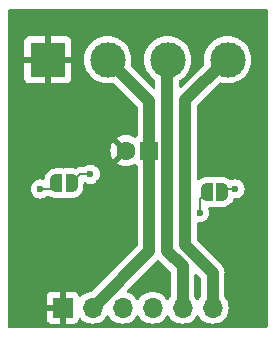
<source format=gbl>
G04 #@! TF.GenerationSoftware,KiCad,Pcbnew,7.0.10-7.0.10~ubuntu22.04.1*
G04 #@! TF.CreationDate,2024-01-16T23:48:01+08:00*
G04 #@! TF.ProjectId,EL_oscillator,454c5f6f-7363-4696-9c6c-61746f722e6b,rev?*
G04 #@! TF.SameCoordinates,Original*
G04 #@! TF.FileFunction,Copper,L2,Bot*
G04 #@! TF.FilePolarity,Positive*
%FSLAX46Y46*%
G04 Gerber Fmt 4.6, Leading zero omitted, Abs format (unit mm)*
G04 Created by KiCad (PCBNEW 7.0.10-7.0.10~ubuntu22.04.1) date 2024-01-16 23:48:01*
%MOMM*%
%LPD*%
G01*
G04 APERTURE LIST*
G04 Aperture macros list*
%AMFreePoly0*
4,1,19,0.500000,-0.750000,0.000000,-0.750000,0.000000,-0.744911,-0.071157,-0.744911,-0.207708,-0.704816,-0.327430,-0.627875,-0.420627,-0.520320,-0.479746,-0.390866,-0.500000,-0.250000,-0.500000,0.250000,-0.479746,0.390866,-0.420627,0.520320,-0.327430,0.627875,-0.207708,0.704816,-0.071157,0.744911,0.000000,0.744911,0.000000,0.750000,0.500000,0.750000,0.500000,-0.750000,0.500000,-0.750000,
$1*%
%AMFreePoly1*
4,1,19,0.000000,0.744911,0.071157,0.744911,0.207708,0.704816,0.327430,0.627875,0.420627,0.520320,0.479746,0.390866,0.500000,0.250000,0.500000,-0.250000,0.479746,-0.390866,0.420627,-0.520320,0.327430,-0.627875,0.207708,-0.704816,0.071157,-0.744911,0.000000,-0.744911,0.000000,-0.750000,-0.500000,-0.750000,-0.500000,0.750000,0.000000,0.750000,0.000000,0.744911,0.000000,0.744911,
$1*%
G04 Aperture macros list end*
G04 #@! TA.AperFunction,ComponentPad*
%ADD10R,1.700000X1.700000*%
G04 #@! TD*
G04 #@! TA.AperFunction,ComponentPad*
%ADD11O,1.700000X1.700000*%
G04 #@! TD*
G04 #@! TA.AperFunction,ComponentPad*
%ADD12R,1.600000X1.600000*%
G04 #@! TD*
G04 #@! TA.AperFunction,ComponentPad*
%ADD13C,1.600000*%
G04 #@! TD*
G04 #@! TA.AperFunction,ComponentPad*
%ADD14R,3.000000X3.000000*%
G04 #@! TD*
G04 #@! TA.AperFunction,ComponentPad*
%ADD15C,3.000000*%
G04 #@! TD*
G04 #@! TA.AperFunction,SMDPad,CuDef*
%ADD16FreePoly0,0.000000*%
G04 #@! TD*
G04 #@! TA.AperFunction,SMDPad,CuDef*
%ADD17FreePoly1,0.000000*%
G04 #@! TD*
G04 #@! TA.AperFunction,SMDPad,CuDef*
%ADD18FreePoly0,180.000000*%
G04 #@! TD*
G04 #@! TA.AperFunction,SMDPad,CuDef*
%ADD19FreePoly1,180.000000*%
G04 #@! TD*
G04 #@! TA.AperFunction,ViaPad*
%ADD20C,0.600000*%
G04 #@! TD*
G04 #@! TA.AperFunction,ViaPad*
%ADD21C,0.800000*%
G04 #@! TD*
G04 #@! TA.AperFunction,Conductor*
%ADD22C,1.000000*%
G04 #@! TD*
G04 #@! TA.AperFunction,Conductor*
%ADD23C,0.200000*%
G04 #@! TD*
G04 APERTURE END LIST*
D10*
X104650000Y-125300000D03*
D11*
X107190000Y-125300000D03*
X109730000Y-125300000D03*
X112270000Y-125300000D03*
X114810000Y-125300000D03*
X117350000Y-125300000D03*
D12*
X112000000Y-112000000D03*
D13*
X110000000Y-112000000D03*
D14*
X103380000Y-104300000D03*
D15*
X108460000Y-104300000D03*
X113540000Y-104300000D03*
X118620000Y-104300000D03*
D16*
X104100000Y-114750000D03*
D17*
X105400000Y-114750000D03*
D18*
X118150000Y-115500000D03*
D19*
X116850000Y-115500000D03*
D20*
X118750000Y-117250000D03*
D21*
X110500000Y-118500000D03*
D20*
X113500000Y-123500000D03*
X102000000Y-120250000D03*
X101500000Y-112000000D03*
X116000000Y-123500000D03*
D21*
X110250000Y-108500000D03*
D20*
X107750000Y-114750000D03*
X106500000Y-118750000D03*
X120000000Y-120500000D03*
X111250000Y-123500000D03*
D21*
X116750000Y-108500000D03*
D20*
X104750000Y-117250000D03*
X120250000Y-112000000D03*
D21*
X112000000Y-116750000D03*
X113500000Y-114750000D03*
X116000000Y-121000000D03*
D20*
X102750000Y-115250000D03*
X119250000Y-115250000D03*
X107000000Y-114000000D03*
X116250000Y-117250000D03*
D22*
X112000000Y-120490000D02*
X107190000Y-125300000D01*
X112000000Y-107840000D02*
X108460000Y-104300000D01*
X112000000Y-116750000D02*
X112000000Y-120490000D01*
X112000000Y-112000000D02*
X112000000Y-107840000D01*
X112000000Y-112000000D02*
X112000000Y-116750000D01*
X114810000Y-125300000D02*
X114810000Y-121810000D01*
X113500000Y-104340000D02*
X113540000Y-104300000D01*
X114810000Y-121810000D02*
X113500000Y-120500000D01*
X113500000Y-114750000D02*
X113500000Y-104340000D01*
X113500000Y-120500000D02*
X113500000Y-114750000D01*
X115000000Y-107750000D02*
X118450000Y-104300000D01*
X117350000Y-125300000D02*
X117350000Y-122350000D01*
X117350000Y-122350000D02*
X116000000Y-121000000D01*
X118450000Y-104300000D02*
X118620000Y-104300000D01*
X116000000Y-121000000D02*
X115000000Y-120000000D01*
X115000000Y-120000000D02*
X115000000Y-107750000D01*
D23*
X103600000Y-115250000D02*
X104100000Y-114750000D01*
X102750000Y-115250000D02*
X103600000Y-115250000D01*
X118400000Y-115250000D02*
X118150000Y-115500000D01*
X119250000Y-115250000D02*
X118400000Y-115250000D01*
X106150000Y-114000000D02*
X105400000Y-114750000D01*
X107000000Y-114000000D02*
X106150000Y-114000000D01*
X116250000Y-116100000D02*
X116850000Y-115500000D01*
X116250000Y-117250000D02*
X116250000Y-116100000D01*
G04 #@! TA.AperFunction,Conductor*
G36*
X112787022Y-121220410D02*
G01*
X112819588Y-121238535D01*
X112831187Y-121247513D01*
X112842968Y-121257889D01*
X113773181Y-122188102D01*
X113806666Y-122249425D01*
X113809500Y-122275783D01*
X113809500Y-124339241D01*
X113789815Y-124406280D01*
X113773181Y-124426922D01*
X113771505Y-124428597D01*
X113641575Y-124614158D01*
X113586998Y-124657783D01*
X113517500Y-124664977D01*
X113455145Y-124633454D01*
X113438425Y-124614158D01*
X113308494Y-124428597D01*
X113141402Y-124261506D01*
X113141395Y-124261501D01*
X112947834Y-124125967D01*
X112947830Y-124125965D01*
X112876727Y-124092809D01*
X112733663Y-124026097D01*
X112733659Y-124026096D01*
X112733655Y-124026094D01*
X112505413Y-123964938D01*
X112505403Y-123964936D01*
X112270001Y-123944341D01*
X112269999Y-123944341D01*
X112034596Y-123964936D01*
X112034586Y-123964938D01*
X111806344Y-124026094D01*
X111806335Y-124026098D01*
X111592171Y-124125964D01*
X111592169Y-124125965D01*
X111398597Y-124261505D01*
X111231505Y-124428597D01*
X111101575Y-124614158D01*
X111046998Y-124657783D01*
X110977500Y-124664977D01*
X110915145Y-124633454D01*
X110898425Y-124614158D01*
X110768494Y-124428597D01*
X110601402Y-124261506D01*
X110601395Y-124261501D01*
X110407834Y-124125967D01*
X110407830Y-124125965D01*
X110336727Y-124092809D01*
X110193663Y-124026097D01*
X110193659Y-124026096D01*
X110193655Y-124026094D01*
X110152812Y-124015151D01*
X110093152Y-123978787D01*
X110062622Y-123915940D01*
X110070916Y-123846564D01*
X110097222Y-123807697D01*
X112656009Y-121248909D01*
X112717330Y-121215426D01*
X112787022Y-121220410D01*
G37*
G04 #@! TD.AperFunction*
G04 #@! TA.AperFunction,Conductor*
G36*
X116015703Y-122431070D02*
G01*
X116022181Y-122437102D01*
X116313181Y-122728102D01*
X116346666Y-122789425D01*
X116349500Y-122815783D01*
X116349500Y-124339241D01*
X116329815Y-124406280D01*
X116313181Y-124426922D01*
X116311505Y-124428597D01*
X116181575Y-124614158D01*
X116126998Y-124657783D01*
X116057500Y-124664977D01*
X115995145Y-124633454D01*
X115978425Y-124614158D01*
X115848494Y-124428597D01*
X115846819Y-124426922D01*
X115846315Y-124426000D01*
X115845014Y-124424449D01*
X115845325Y-124424187D01*
X115813334Y-124365599D01*
X115810500Y-124339241D01*
X115810500Y-122524783D01*
X115830185Y-122457744D01*
X115882989Y-122411989D01*
X115952147Y-122402045D01*
X116015703Y-122431070D01*
G37*
G04 #@! TD.AperFunction*
G04 #@! TA.AperFunction,Conductor*
G36*
X121942539Y-100020185D02*
G01*
X121988294Y-100072989D01*
X121999500Y-100124500D01*
X121999500Y-126875500D01*
X121979815Y-126942539D01*
X121927011Y-126988294D01*
X121875500Y-126999500D01*
X100124500Y-126999500D01*
X100057461Y-126979815D01*
X100011706Y-126927011D01*
X100000500Y-126875500D01*
X100000500Y-126197844D01*
X103300000Y-126197844D01*
X103306401Y-126257372D01*
X103306403Y-126257379D01*
X103356645Y-126392086D01*
X103356649Y-126392093D01*
X103442809Y-126507187D01*
X103442812Y-126507190D01*
X103557906Y-126593350D01*
X103557913Y-126593354D01*
X103692620Y-126643596D01*
X103692627Y-126643598D01*
X103752155Y-126649999D01*
X103752172Y-126650000D01*
X104400000Y-126650000D01*
X104400000Y-125735501D01*
X104507685Y-125784680D01*
X104614237Y-125800000D01*
X104685763Y-125800000D01*
X104792315Y-125784680D01*
X104900000Y-125735501D01*
X104900000Y-126650000D01*
X105547828Y-126650000D01*
X105547844Y-126649999D01*
X105607372Y-126643598D01*
X105607379Y-126643596D01*
X105742086Y-126593354D01*
X105742093Y-126593350D01*
X105857187Y-126507190D01*
X105857190Y-126507187D01*
X105943350Y-126392093D01*
X105943354Y-126392086D01*
X105992422Y-126260529D01*
X106034293Y-126204595D01*
X106099757Y-126180178D01*
X106168030Y-126195030D01*
X106196285Y-126216181D01*
X106318599Y-126338495D01*
X106395135Y-126392086D01*
X106512165Y-126474032D01*
X106512167Y-126474033D01*
X106512170Y-126474035D01*
X106726337Y-126573903D01*
X106954592Y-126635063D01*
X107125319Y-126650000D01*
X107189999Y-126655659D01*
X107190000Y-126655659D01*
X107190001Y-126655659D01*
X107254681Y-126650000D01*
X107425408Y-126635063D01*
X107653663Y-126573903D01*
X107867830Y-126474035D01*
X108061401Y-126338495D01*
X108228495Y-126171401D01*
X108358425Y-125985842D01*
X108413002Y-125942217D01*
X108482500Y-125935023D01*
X108544855Y-125966546D01*
X108561575Y-125985842D01*
X108691500Y-126171395D01*
X108691505Y-126171401D01*
X108858599Y-126338495D01*
X108935135Y-126392086D01*
X109052165Y-126474032D01*
X109052167Y-126474033D01*
X109052170Y-126474035D01*
X109266337Y-126573903D01*
X109494592Y-126635063D01*
X109665319Y-126650000D01*
X109729999Y-126655659D01*
X109730000Y-126655659D01*
X109730001Y-126655659D01*
X109794681Y-126650000D01*
X109965408Y-126635063D01*
X110193663Y-126573903D01*
X110407830Y-126474035D01*
X110601401Y-126338495D01*
X110768495Y-126171401D01*
X110898425Y-125985842D01*
X110953002Y-125942217D01*
X111022500Y-125935023D01*
X111084855Y-125966546D01*
X111101575Y-125985842D01*
X111231500Y-126171395D01*
X111231505Y-126171401D01*
X111398599Y-126338495D01*
X111475135Y-126392086D01*
X111592165Y-126474032D01*
X111592167Y-126474033D01*
X111592170Y-126474035D01*
X111806337Y-126573903D01*
X112034592Y-126635063D01*
X112205319Y-126650000D01*
X112269999Y-126655659D01*
X112270000Y-126655659D01*
X112270001Y-126655659D01*
X112334681Y-126650000D01*
X112505408Y-126635063D01*
X112733663Y-126573903D01*
X112947830Y-126474035D01*
X113141401Y-126338495D01*
X113308495Y-126171401D01*
X113438425Y-125985842D01*
X113493002Y-125942217D01*
X113562500Y-125935023D01*
X113624855Y-125966546D01*
X113641575Y-125985842D01*
X113771500Y-126171395D01*
X113771505Y-126171401D01*
X113938599Y-126338495D01*
X114015135Y-126392086D01*
X114132165Y-126474032D01*
X114132167Y-126474033D01*
X114132170Y-126474035D01*
X114346337Y-126573903D01*
X114574592Y-126635063D01*
X114745319Y-126650000D01*
X114809999Y-126655659D01*
X114810000Y-126655659D01*
X114810001Y-126655659D01*
X114874681Y-126650000D01*
X115045408Y-126635063D01*
X115273663Y-126573903D01*
X115487830Y-126474035D01*
X115681401Y-126338495D01*
X115848495Y-126171401D01*
X115978425Y-125985842D01*
X116033002Y-125942217D01*
X116102500Y-125935023D01*
X116164855Y-125966546D01*
X116181575Y-125985842D01*
X116311500Y-126171395D01*
X116311505Y-126171401D01*
X116478599Y-126338495D01*
X116555135Y-126392086D01*
X116672165Y-126474032D01*
X116672167Y-126474033D01*
X116672170Y-126474035D01*
X116886337Y-126573903D01*
X117114592Y-126635063D01*
X117285319Y-126650000D01*
X117349999Y-126655659D01*
X117350000Y-126655659D01*
X117350001Y-126655659D01*
X117414681Y-126650000D01*
X117585408Y-126635063D01*
X117813663Y-126573903D01*
X118027830Y-126474035D01*
X118221401Y-126338495D01*
X118388495Y-126171401D01*
X118524035Y-125977830D01*
X118623903Y-125763663D01*
X118685063Y-125535408D01*
X118705659Y-125300000D01*
X118685063Y-125064592D01*
X118623903Y-124836337D01*
X118524035Y-124622171D01*
X118518425Y-124614158D01*
X118388494Y-124428597D01*
X118386819Y-124426922D01*
X118386315Y-124426000D01*
X118385014Y-124424449D01*
X118385325Y-124424187D01*
X118353334Y-124365599D01*
X118350500Y-124339241D01*
X118350500Y-122364237D01*
X118350540Y-122361095D01*
X118352756Y-122273642D01*
X118352755Y-122273641D01*
X118352756Y-122273636D01*
X118342345Y-122215554D01*
X118341042Y-122206260D01*
X118335074Y-122147562D01*
X118333396Y-122142214D01*
X118325967Y-122118536D01*
X118322224Y-122103287D01*
X118316858Y-122073348D01*
X118294976Y-122018567D01*
X118291822Y-122009709D01*
X118274159Y-121953412D01*
X118274158Y-121953411D01*
X118274157Y-121953406D01*
X118259396Y-121926814D01*
X118252659Y-121912629D01*
X118241378Y-121884385D01*
X118241375Y-121884380D01*
X118208918Y-121835131D01*
X118204036Y-121827074D01*
X118175409Y-121775498D01*
X118155588Y-121752410D01*
X118146144Y-121739885D01*
X118129402Y-121714481D01*
X118087692Y-121672771D01*
X118081300Y-121665875D01*
X118042866Y-121621105D01*
X118018804Y-121602479D01*
X118007026Y-121592105D01*
X116671580Y-120256660D01*
X116036819Y-119621899D01*
X116003334Y-119560576D01*
X116000500Y-119534218D01*
X116000500Y-118166209D01*
X116020185Y-118099170D01*
X116072989Y-118053415D01*
X116138384Y-118042989D01*
X116249997Y-118055565D01*
X116250000Y-118055565D01*
X116250004Y-118055565D01*
X116429249Y-118035369D01*
X116429252Y-118035368D01*
X116429255Y-118035368D01*
X116599522Y-117975789D01*
X116752262Y-117879816D01*
X116879816Y-117752262D01*
X116975789Y-117599522D01*
X117035368Y-117429255D01*
X117055565Y-117250000D01*
X117035368Y-117070745D01*
X117035367Y-117070743D01*
X117035366Y-117070737D01*
X116982831Y-116920602D01*
X116979269Y-116850823D01*
X117013997Y-116790196D01*
X117075991Y-116757968D01*
X117099872Y-116755647D01*
X117350000Y-116755647D01*
X117421961Y-116750500D01*
X117459270Y-116739544D01*
X117511848Y-116735784D01*
X117650000Y-116755647D01*
X117650003Y-116755647D01*
X118221886Y-116755647D01*
X118221889Y-116755647D01*
X118364345Y-116735165D01*
X118502300Y-116694658D01*
X118633216Y-116634871D01*
X118754170Y-116557139D01*
X118754174Y-116557136D01*
X118862943Y-116462887D01*
X118894425Y-116426553D01*
X118957088Y-116354237D01*
X118957090Y-116354233D01*
X118957097Y-116354226D01*
X119034904Y-116233155D01*
X119085220Y-116122978D01*
X119130973Y-116070176D01*
X119198012Y-116050491D01*
X119211882Y-116051270D01*
X119250000Y-116055565D01*
X119250001Y-116055564D01*
X119250002Y-116055565D01*
X119250003Y-116055565D01*
X119429249Y-116035369D01*
X119429252Y-116035368D01*
X119429255Y-116035368D01*
X119599522Y-115975789D01*
X119752262Y-115879816D01*
X119879816Y-115752262D01*
X119975789Y-115599522D01*
X120035368Y-115429255D01*
X120044031Y-115352369D01*
X120055565Y-115250003D01*
X120055565Y-115249996D01*
X120035369Y-115070750D01*
X120035368Y-115070745D01*
X119975788Y-114900476D01*
X119903461Y-114785369D01*
X119879816Y-114747738D01*
X119752262Y-114620184D01*
X119720935Y-114600500D01*
X119599523Y-114524211D01*
X119429254Y-114464631D01*
X119429249Y-114464630D01*
X119250004Y-114444435D01*
X119249996Y-114444435D01*
X119070750Y-114464630D01*
X119070742Y-114464632D01*
X118930972Y-114513540D01*
X118861194Y-114517101D01*
X118808816Y-114490212D01*
X118754170Y-114442861D01*
X118718937Y-114420218D01*
X118633221Y-114365131D01*
X118633217Y-114365129D01*
X118633216Y-114365129D01*
X118502300Y-114305342D01*
X118404158Y-114276525D01*
X118364342Y-114264834D01*
X118221889Y-114244353D01*
X117650000Y-114244353D01*
X117649997Y-114244353D01*
X117578040Y-114249499D01*
X117540728Y-114260455D01*
X117488149Y-114264215D01*
X117350000Y-114244353D01*
X116778111Y-114244353D01*
X116778110Y-114244353D01*
X116635658Y-114264834D01*
X116635656Y-114264834D01*
X116497700Y-114305342D01*
X116366784Y-114365129D01*
X116366782Y-114365129D01*
X116245828Y-114442862D01*
X116245824Y-114442864D01*
X116205702Y-114477631D01*
X116142147Y-114506656D01*
X116072988Y-114496712D01*
X116020184Y-114450957D01*
X116000500Y-114383918D01*
X116000500Y-108215781D01*
X116020185Y-108148742D01*
X116036814Y-108128105D01*
X117915281Y-106249637D01*
X117976602Y-106216154D01*
X118046290Y-106221137D01*
X118054954Y-106224369D01*
X118117357Y-106237943D01*
X118334566Y-106285195D01*
X118334568Y-106285195D01*
X118334572Y-106285196D01*
X118588220Y-106303337D01*
X118619999Y-106305610D01*
X118620000Y-106305610D01*
X118620001Y-106305610D01*
X118648595Y-106303564D01*
X118905428Y-106285196D01*
X119050315Y-106253678D01*
X119185037Y-106224371D01*
X119185037Y-106224370D01*
X119185046Y-106224369D01*
X119453161Y-106124367D01*
X119704315Y-105987226D01*
X119933395Y-105815739D01*
X120135739Y-105613395D01*
X120307226Y-105384315D01*
X120444367Y-105133161D01*
X120544369Y-104865046D01*
X120584676Y-104679756D01*
X120605195Y-104585433D01*
X120605195Y-104585431D01*
X120605196Y-104585428D01*
X120625610Y-104300000D01*
X120605196Y-104014572D01*
X120601358Y-103996930D01*
X120544371Y-103734962D01*
X120544370Y-103734960D01*
X120544369Y-103734954D01*
X120444367Y-103466839D01*
X120307226Y-103215685D01*
X120307224Y-103215682D01*
X120135745Y-102986612D01*
X120135729Y-102986594D01*
X119933405Y-102784270D01*
X119933387Y-102784254D01*
X119704317Y-102612775D01*
X119704309Y-102612770D01*
X119453166Y-102475635D01*
X119453167Y-102475635D01*
X119345915Y-102435632D01*
X119185046Y-102375631D01*
X119185043Y-102375630D01*
X119185037Y-102375628D01*
X118905433Y-102314804D01*
X118620001Y-102294390D01*
X118619999Y-102294390D01*
X118334566Y-102314804D01*
X118054962Y-102375628D01*
X117786833Y-102475635D01*
X117535690Y-102612770D01*
X117535682Y-102612775D01*
X117306612Y-102784254D01*
X117306594Y-102784270D01*
X117104270Y-102986594D01*
X117104254Y-102986612D01*
X116932775Y-103215682D01*
X116932770Y-103215690D01*
X116795635Y-103466833D01*
X116695628Y-103734962D01*
X116634804Y-104014566D01*
X116614390Y-104299998D01*
X116614390Y-104300001D01*
X116634804Y-104585428D01*
X116634804Y-104585429D01*
X116640931Y-104613596D01*
X116635945Y-104683288D01*
X116607445Y-104727633D01*
X114712181Y-106622898D01*
X114650858Y-106656383D01*
X114581166Y-106651399D01*
X114525233Y-106609527D01*
X114500816Y-106544063D01*
X114500500Y-106535217D01*
X114500500Y-106128406D01*
X114520185Y-106061367D01*
X114565073Y-106019574D01*
X114624315Y-105987226D01*
X114853395Y-105815739D01*
X115055739Y-105613395D01*
X115227226Y-105384315D01*
X115364367Y-105133161D01*
X115464369Y-104865046D01*
X115504676Y-104679756D01*
X115525195Y-104585433D01*
X115525195Y-104585431D01*
X115525196Y-104585428D01*
X115545610Y-104300000D01*
X115525196Y-104014572D01*
X115521358Y-103996930D01*
X115464371Y-103734962D01*
X115464370Y-103734960D01*
X115464369Y-103734954D01*
X115364367Y-103466839D01*
X115227226Y-103215685D01*
X115227224Y-103215682D01*
X115055745Y-102986612D01*
X115055729Y-102986594D01*
X114853405Y-102784270D01*
X114853387Y-102784254D01*
X114624317Y-102612775D01*
X114624309Y-102612770D01*
X114373166Y-102475635D01*
X114373167Y-102475635D01*
X114265915Y-102435632D01*
X114105046Y-102375631D01*
X114105043Y-102375630D01*
X114105037Y-102375628D01*
X113825433Y-102314804D01*
X113540001Y-102294390D01*
X113539999Y-102294390D01*
X113254566Y-102314804D01*
X112974962Y-102375628D01*
X112706833Y-102475635D01*
X112455690Y-102612770D01*
X112455682Y-102612775D01*
X112226612Y-102784254D01*
X112226594Y-102784270D01*
X112024270Y-102986594D01*
X112024254Y-102986612D01*
X111852775Y-103215682D01*
X111852770Y-103215690D01*
X111715635Y-103466833D01*
X111615628Y-103734962D01*
X111554804Y-104014566D01*
X111534390Y-104299998D01*
X111534390Y-104300001D01*
X111554804Y-104585433D01*
X111615628Y-104865037D01*
X111615630Y-104865043D01*
X111615631Y-104865046D01*
X111688345Y-105060000D01*
X111715635Y-105133166D01*
X111852770Y-105384309D01*
X111852775Y-105384317D01*
X112024254Y-105613387D01*
X112024270Y-105613405D01*
X112226594Y-105815729D01*
X112226612Y-105815745D01*
X112449810Y-105982828D01*
X112491682Y-106038761D01*
X112499500Y-106082095D01*
X112499500Y-106625217D01*
X112479815Y-106692256D01*
X112427011Y-106738011D01*
X112357853Y-106747955D01*
X112294297Y-106718930D01*
X112287819Y-106712898D01*
X110442179Y-104867259D01*
X110408694Y-104805936D01*
X110408694Y-104753223D01*
X110445196Y-104585428D01*
X110465610Y-104300000D01*
X110445196Y-104014572D01*
X110441358Y-103996930D01*
X110384371Y-103734962D01*
X110384370Y-103734960D01*
X110384369Y-103734954D01*
X110284367Y-103466839D01*
X110147226Y-103215685D01*
X110147224Y-103215682D01*
X109975745Y-102986612D01*
X109975729Y-102986594D01*
X109773405Y-102784270D01*
X109773387Y-102784254D01*
X109544317Y-102612775D01*
X109544309Y-102612770D01*
X109293166Y-102475635D01*
X109293167Y-102475635D01*
X109185915Y-102435632D01*
X109025046Y-102375631D01*
X109025043Y-102375630D01*
X109025037Y-102375628D01*
X108745433Y-102314804D01*
X108460001Y-102294390D01*
X108459999Y-102294390D01*
X108174566Y-102314804D01*
X107894962Y-102375628D01*
X107626833Y-102475635D01*
X107375690Y-102612770D01*
X107375682Y-102612775D01*
X107146612Y-102784254D01*
X107146594Y-102784270D01*
X106944270Y-102986594D01*
X106944254Y-102986612D01*
X106772775Y-103215682D01*
X106772770Y-103215690D01*
X106635635Y-103466833D01*
X106535628Y-103734962D01*
X106474804Y-104014566D01*
X106454390Y-104299998D01*
X106454390Y-104300001D01*
X106474804Y-104585433D01*
X106535628Y-104865037D01*
X106535630Y-104865043D01*
X106535631Y-104865046D01*
X106608345Y-105060000D01*
X106635635Y-105133166D01*
X106772770Y-105384309D01*
X106772775Y-105384317D01*
X106944254Y-105613387D01*
X106944270Y-105613405D01*
X107146594Y-105815729D01*
X107146612Y-105815745D01*
X107375682Y-105987224D01*
X107375690Y-105987229D01*
X107626833Y-106124364D01*
X107626832Y-106124364D01*
X107626836Y-106124365D01*
X107626839Y-106124367D01*
X107894954Y-106224369D01*
X107894960Y-106224370D01*
X107894962Y-106224371D01*
X108174566Y-106285195D01*
X108174568Y-106285195D01*
X108174572Y-106285196D01*
X108428220Y-106303337D01*
X108459999Y-106305610D01*
X108460000Y-106305610D01*
X108460001Y-106305610D01*
X108483822Y-106303906D01*
X108745428Y-106285196D01*
X108913221Y-106248694D01*
X108982909Y-106253678D01*
X109027258Y-106282179D01*
X110963181Y-108218101D01*
X110996666Y-108279424D01*
X110999500Y-108305782D01*
X110999500Y-110662819D01*
X110979815Y-110729858D01*
X110949812Y-110762085D01*
X110842454Y-110842453D01*
X110842452Y-110842456D01*
X110835645Y-110851549D01*
X110779710Y-110893418D01*
X110710018Y-110898400D01*
X110665260Y-110878812D01*
X110652485Y-110869868D01*
X110652481Y-110869865D01*
X110446326Y-110773734D01*
X110446317Y-110773730D01*
X110226610Y-110714860D01*
X110226599Y-110714858D01*
X110000002Y-110695034D01*
X109999998Y-110695034D01*
X109773400Y-110714858D01*
X109773389Y-110714860D01*
X109553682Y-110773730D01*
X109553673Y-110773734D01*
X109347516Y-110869866D01*
X109347512Y-110869868D01*
X109274526Y-110920973D01*
X109274526Y-110920974D01*
X109955599Y-111602046D01*
X109874852Y-111614835D01*
X109761955Y-111672359D01*
X109672359Y-111761955D01*
X109614835Y-111874852D01*
X109602046Y-111955598D01*
X108920974Y-111274526D01*
X108920973Y-111274526D01*
X108869868Y-111347512D01*
X108869866Y-111347516D01*
X108773734Y-111553673D01*
X108773730Y-111553682D01*
X108714860Y-111773389D01*
X108714858Y-111773400D01*
X108695034Y-111999997D01*
X108695034Y-112000002D01*
X108714858Y-112226599D01*
X108714860Y-112226610D01*
X108773730Y-112446317D01*
X108773735Y-112446331D01*
X108869863Y-112652478D01*
X108920974Y-112725472D01*
X109602046Y-112044400D01*
X109614835Y-112125148D01*
X109672359Y-112238045D01*
X109761955Y-112327641D01*
X109874852Y-112385165D01*
X109955597Y-112397953D01*
X109274526Y-113079025D01*
X109347513Y-113130132D01*
X109347521Y-113130136D01*
X109553668Y-113226264D01*
X109553682Y-113226269D01*
X109773389Y-113285139D01*
X109773400Y-113285141D01*
X109999998Y-113304966D01*
X110000002Y-113304966D01*
X110226599Y-113285141D01*
X110226610Y-113285139D01*
X110446317Y-113226269D01*
X110446326Y-113226265D01*
X110652481Y-113130134D01*
X110665253Y-113121191D01*
X110731459Y-113098862D01*
X110799227Y-113115870D01*
X110835644Y-113148449D01*
X110842454Y-113157546D01*
X110949811Y-113237914D01*
X110991682Y-113293847D01*
X110999500Y-113337180D01*
X110999500Y-120024216D01*
X110979815Y-120091255D01*
X110963181Y-120111897D01*
X107156969Y-123918108D01*
X107095646Y-123951593D01*
X107080097Y-123953955D01*
X106954596Y-123964936D01*
X106954586Y-123964938D01*
X106726344Y-124026094D01*
X106726335Y-124026098D01*
X106512171Y-124125964D01*
X106512169Y-124125965D01*
X106318600Y-124261503D01*
X106196284Y-124383819D01*
X106134961Y-124417303D01*
X106065269Y-124412319D01*
X106009336Y-124370447D01*
X105992421Y-124339470D01*
X105943354Y-124207913D01*
X105943350Y-124207906D01*
X105857190Y-124092812D01*
X105857187Y-124092809D01*
X105742093Y-124006649D01*
X105742086Y-124006645D01*
X105607379Y-123956403D01*
X105607372Y-123956401D01*
X105547844Y-123950000D01*
X104900000Y-123950000D01*
X104900000Y-124864498D01*
X104792315Y-124815320D01*
X104685763Y-124800000D01*
X104614237Y-124800000D01*
X104507685Y-124815320D01*
X104400000Y-124864498D01*
X104400000Y-123950000D01*
X103752155Y-123950000D01*
X103692627Y-123956401D01*
X103692620Y-123956403D01*
X103557913Y-124006645D01*
X103557906Y-124006649D01*
X103442812Y-124092809D01*
X103442809Y-124092812D01*
X103356649Y-124207906D01*
X103356645Y-124207913D01*
X103306403Y-124342620D01*
X103306401Y-124342627D01*
X103300000Y-124402155D01*
X103300000Y-125050000D01*
X104216314Y-125050000D01*
X104190507Y-125090156D01*
X104150000Y-125228111D01*
X104150000Y-125371889D01*
X104190507Y-125509844D01*
X104216314Y-125550000D01*
X103300000Y-125550000D01*
X103300000Y-126197844D01*
X100000500Y-126197844D01*
X100000500Y-115250003D01*
X101944435Y-115250003D01*
X101964630Y-115429249D01*
X101964631Y-115429254D01*
X102024211Y-115599523D01*
X102120184Y-115752262D01*
X102247738Y-115879816D01*
X102400478Y-115975789D01*
X102570745Y-116035368D01*
X102570750Y-116035369D01*
X102749996Y-116055565D01*
X102750000Y-116055565D01*
X102750004Y-116055565D01*
X102929249Y-116035369D01*
X102929252Y-116035368D01*
X102929255Y-116035368D01*
X103099522Y-115975789D01*
X103252262Y-115879816D01*
X103252267Y-115879810D01*
X103255097Y-115877555D01*
X103257275Y-115876665D01*
X103258158Y-115876111D01*
X103258255Y-115876265D01*
X103319783Y-115851145D01*
X103332412Y-115850500D01*
X103526892Y-115850500D01*
X103593931Y-115870185D01*
X103593932Y-115870185D01*
X103608918Y-115879816D01*
X103616784Y-115884871D01*
X103747700Y-115944658D01*
X103885655Y-115985165D01*
X104028111Y-116005647D01*
X104028114Y-116005647D01*
X104600000Y-116005647D01*
X104671961Y-116000500D01*
X104709270Y-115989544D01*
X104761848Y-115985784D01*
X104900000Y-116005647D01*
X104900003Y-116005647D01*
X105471886Y-116005647D01*
X105471889Y-116005647D01*
X105614345Y-115985165D01*
X105752300Y-115944658D01*
X105883216Y-115884871D01*
X106004170Y-115807139D01*
X106004174Y-115807136D01*
X106112943Y-115712887D01*
X106144425Y-115676553D01*
X106207088Y-115604237D01*
X106207090Y-115604233D01*
X106207097Y-115604226D01*
X106284904Y-115483155D01*
X106284907Y-115483147D01*
X106284910Y-115483143D01*
X106344999Y-115351566D01*
X106345870Y-115348149D01*
X106385180Y-115214277D01*
X106405642Y-115071962D01*
X106405642Y-115015603D01*
X106405647Y-115015585D01*
X106405647Y-114796312D01*
X106425332Y-114729273D01*
X106478136Y-114683518D01*
X106547294Y-114673574D01*
X106595618Y-114691318D01*
X106612670Y-114702032D01*
X106650475Y-114725788D01*
X106820745Y-114785368D01*
X106820750Y-114785369D01*
X106999996Y-114805565D01*
X107000000Y-114805565D01*
X107000004Y-114805565D01*
X107179249Y-114785369D01*
X107179252Y-114785368D01*
X107179255Y-114785368D01*
X107349522Y-114725789D01*
X107502262Y-114629816D01*
X107629816Y-114502262D01*
X107725789Y-114349522D01*
X107785368Y-114179255D01*
X107785369Y-114179249D01*
X107805565Y-114000003D01*
X107805565Y-113999996D01*
X107785369Y-113820750D01*
X107785368Y-113820745D01*
X107773598Y-113787108D01*
X107725789Y-113650478D01*
X107629816Y-113497738D01*
X107502262Y-113370184D01*
X107349523Y-113274211D01*
X107179254Y-113214631D01*
X107179249Y-113214630D01*
X107000004Y-113194435D01*
X106999996Y-113194435D01*
X106820750Y-113214630D01*
X106820745Y-113214631D01*
X106650476Y-113274211D01*
X106497736Y-113370185D01*
X106494903Y-113372445D01*
X106492724Y-113373334D01*
X106491842Y-113373889D01*
X106491744Y-113373734D01*
X106430217Y-113398855D01*
X106417588Y-113399500D01*
X106197487Y-113399500D01*
X106181302Y-113398439D01*
X106150000Y-113394318D01*
X106110639Y-113399500D01*
X105993239Y-113414955D01*
X105993237Y-113414956D01*
X105847158Y-113475464D01*
X105795592Y-113515031D01*
X105730422Y-113540224D01*
X105685173Y-113535631D01*
X105614353Y-113514837D01*
X105614348Y-113514836D01*
X105614345Y-113514835D01*
X105614340Y-113514834D01*
X105614339Y-113514834D01*
X105568295Y-113508214D01*
X105471889Y-113494353D01*
X104900000Y-113494353D01*
X104899997Y-113494353D01*
X104828040Y-113499499D01*
X104790728Y-113510455D01*
X104738149Y-113514215D01*
X104600000Y-113494353D01*
X104028111Y-113494353D01*
X104028110Y-113494353D01*
X103885658Y-113514834D01*
X103885656Y-113514834D01*
X103747700Y-113555342D01*
X103616784Y-113615129D01*
X103616782Y-113615129D01*
X103495828Y-113692862D01*
X103495824Y-113692864D01*
X103387061Y-113787108D01*
X103387058Y-113787110D01*
X103292911Y-113895762D01*
X103292896Y-113895783D01*
X103215102Y-114016833D01*
X103215089Y-114016856D01*
X103154998Y-114148438D01*
X103154120Y-114151880D01*
X103114821Y-114285717D01*
X103114819Y-114285726D01*
X103102887Y-114368715D01*
X103073862Y-114432270D01*
X103015083Y-114470044D01*
X102945214Y-114470044D01*
X102939199Y-114468110D01*
X102929263Y-114464633D01*
X102929249Y-114464630D01*
X102750004Y-114444435D01*
X102749996Y-114444435D01*
X102570750Y-114464630D01*
X102570745Y-114464631D01*
X102400476Y-114524211D01*
X102247737Y-114620184D01*
X102120184Y-114747737D01*
X102024211Y-114900476D01*
X101964631Y-115070745D01*
X101964630Y-115070750D01*
X101944435Y-115249996D01*
X101944435Y-115250003D01*
X100000500Y-115250003D01*
X100000500Y-105847844D01*
X101380000Y-105847844D01*
X101386401Y-105907372D01*
X101386403Y-105907379D01*
X101436645Y-106042086D01*
X101436649Y-106042093D01*
X101522809Y-106157187D01*
X101522812Y-106157190D01*
X101637906Y-106243350D01*
X101637913Y-106243354D01*
X101772620Y-106293596D01*
X101772627Y-106293598D01*
X101832155Y-106299999D01*
X101832172Y-106300000D01*
X103130000Y-106300000D01*
X103130000Y-105021802D01*
X103291169Y-105060000D01*
X103424267Y-105060000D01*
X103556461Y-105044549D01*
X103630000Y-105017782D01*
X103630000Y-106300000D01*
X104927828Y-106300000D01*
X104927844Y-106299999D01*
X104987372Y-106293598D01*
X104987379Y-106293596D01*
X105122086Y-106243354D01*
X105122093Y-106243350D01*
X105237187Y-106157190D01*
X105237190Y-106157187D01*
X105323350Y-106042093D01*
X105323354Y-106042086D01*
X105373596Y-105907379D01*
X105373598Y-105907372D01*
X105379999Y-105847844D01*
X105380000Y-105847827D01*
X105380000Y-104550000D01*
X104098483Y-104550000D01*
X104133549Y-104432871D01*
X104143879Y-104255509D01*
X104113029Y-104080546D01*
X104099853Y-104050000D01*
X105380000Y-104050000D01*
X105380000Y-102752172D01*
X105379999Y-102752155D01*
X105373598Y-102692627D01*
X105373596Y-102692620D01*
X105323354Y-102557913D01*
X105323350Y-102557906D01*
X105237190Y-102442812D01*
X105237187Y-102442809D01*
X105122093Y-102356649D01*
X105122086Y-102356645D01*
X104987379Y-102306403D01*
X104987372Y-102306401D01*
X104927844Y-102300000D01*
X103630000Y-102300000D01*
X103630000Y-103578197D01*
X103468831Y-103540000D01*
X103335733Y-103540000D01*
X103203539Y-103555451D01*
X103130000Y-103582217D01*
X103130000Y-102300000D01*
X101832155Y-102300000D01*
X101772627Y-102306401D01*
X101772620Y-102306403D01*
X101637913Y-102356645D01*
X101637906Y-102356649D01*
X101522812Y-102442809D01*
X101522809Y-102442812D01*
X101436649Y-102557906D01*
X101436645Y-102557913D01*
X101386403Y-102692620D01*
X101386401Y-102692627D01*
X101380000Y-102752155D01*
X101380000Y-104050000D01*
X102661517Y-104050000D01*
X102626451Y-104167129D01*
X102616121Y-104344491D01*
X102646971Y-104519454D01*
X102660147Y-104550000D01*
X101380000Y-104550000D01*
X101380000Y-105847844D01*
X100000500Y-105847844D01*
X100000500Y-100124500D01*
X100020185Y-100057461D01*
X100072989Y-100011706D01*
X100124500Y-100000500D01*
X121875500Y-100000500D01*
X121942539Y-100020185D01*
G37*
G04 #@! TD.AperFunction*
M02*

</source>
